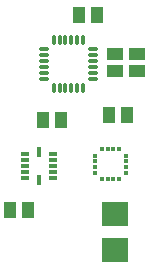
<source format=gtp>
%FSAX24Y24*%
%MOIN*%
G70*
G01*
G75*
G04 Layer_Color=8421504*
%ADD10R,0.0126X0.0354*%
%ADD11R,0.0315X0.0126*%
%ADD12R,0.0118X0.0177*%
%ADD13R,0.0177X0.0118*%
%ADD14O,0.0118X0.0354*%
%ADD15O,0.0354X0.0118*%
%ADD16R,0.0866X0.0787*%
%ADD17R,0.0433X0.0551*%
%ADD18R,0.0551X0.0433*%
%ADD19C,0.0100*%
%ADD20C,0.0080*%
%ADD21C,0.0591*%
%ADD22R,0.0591X0.0591*%
%ADD23C,0.0300*%
%ADD24C,0.0098*%
%ADD25C,0.0079*%
D10*
X022072Y038234D02*
D03*
Y039179D02*
D03*
D11*
X022545Y039100D02*
D03*
Y038903D02*
D03*
Y038706D02*
D03*
Y038509D02*
D03*
Y038313D02*
D03*
X021600Y039100D02*
D03*
Y038903D02*
D03*
Y038706D02*
D03*
Y038509D02*
D03*
Y038313D02*
D03*
D12*
X024157Y039257D02*
D03*
X024354D02*
D03*
X024550D02*
D03*
X024747D02*
D03*
Y038253D02*
D03*
X024550D02*
D03*
X024354D02*
D03*
X024157D02*
D03*
D13*
X024954Y039050D02*
D03*
Y038853D02*
D03*
Y038656D02*
D03*
Y038459D02*
D03*
X023950D02*
D03*
Y038656D02*
D03*
Y038853D02*
D03*
Y039050D02*
D03*
D14*
X022558Y042907D02*
D03*
X022755D02*
D03*
X022952D02*
D03*
X023148D02*
D03*
X023345D02*
D03*
X023542D02*
D03*
Y041293D02*
D03*
X023345D02*
D03*
X023148D02*
D03*
X022952D02*
D03*
X022755D02*
D03*
X022558D02*
D03*
D15*
X023857Y042592D02*
D03*
Y042395D02*
D03*
Y042198D02*
D03*
Y042002D02*
D03*
Y041805D02*
D03*
Y041608D02*
D03*
X022243D02*
D03*
Y041805D02*
D03*
Y042002D02*
D03*
Y042198D02*
D03*
Y042395D02*
D03*
Y042592D02*
D03*
D16*
X024600Y037091D02*
D03*
Y035909D02*
D03*
D17*
X021695Y037250D02*
D03*
X021105D02*
D03*
X022795Y040250D02*
D03*
X022205D02*
D03*
X024405Y040400D02*
D03*
X024995D02*
D03*
X023995Y043750D02*
D03*
X023405D02*
D03*
D18*
X025350Y042445D02*
D03*
Y041855D02*
D03*
X024600Y042445D02*
D03*
Y041855D02*
D03*
M02*

</source>
